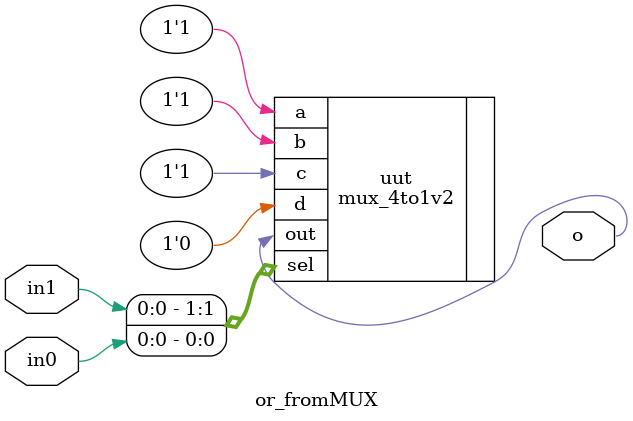
<source format=v>
`timescale 1ns / 1ps


module or_fromMUX(
    input in0, 
    input in1, 
    output o
    );
    
    mux_4to1v2 uut(.a(1'b1), .b(1'b1), .c(1'b1), .d(1'b0), .sel({in1, in0}), .out(o));     // { } <-- concatenation
    
endmodule

</source>
